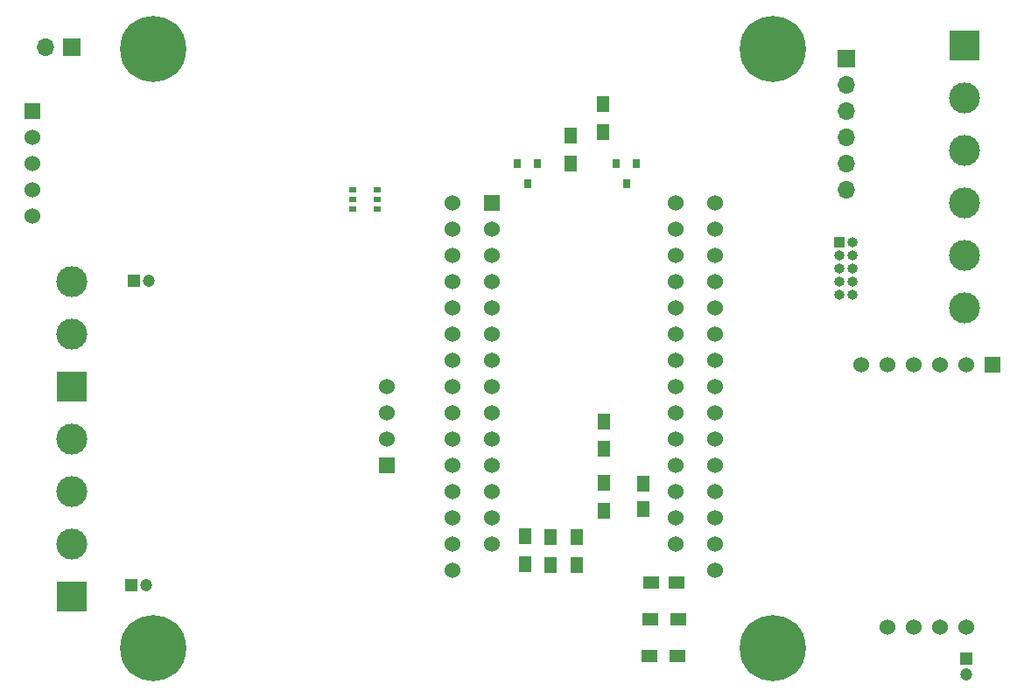
<source format=gbr>
G04 #@! TF.GenerationSoftware,KiCad,Pcbnew,(5.1.9)-1*
G04 #@! TF.CreationDate,2021-03-05T16:25:43+01:00*
G04 #@! TF.ProjectId,BOBcad,424f4263-6164-42e6-9b69-6361645f7063,v1.0.2*
G04 #@! TF.SameCoordinates,Original*
G04 #@! TF.FileFunction,Soldermask,Top*
G04 #@! TF.FilePolarity,Negative*
%FSLAX46Y46*%
G04 Gerber Fmt 4.6, Leading zero omitted, Abs format (unit mm)*
G04 Created by KiCad (PCBNEW (5.1.9)-1) date 2021-03-05 16:25:43*
%MOMM*%
%LPD*%
G01*
G04 APERTURE LIST*
%ADD10C,1.524000*%
%ADD11R,1.200000X1.200000*%
%ADD12C,1.200000*%
%ADD13R,1.500000X1.250000*%
%ADD14R,1.250000X1.500000*%
%ADD15R,1.524000X1.524000*%
%ADD16R,0.700000X0.510000*%
%ADD17R,0.800000X0.900000*%
%ADD18R,1.300000X1.500000*%
%ADD19C,3.000000*%
%ADD20R,3.000000X3.000000*%
%ADD21R,1.000000X1.000000*%
%ADD22O,1.000000X1.000000*%
%ADD23R,1.700000X1.700000*%
%ADD24O,1.700000X1.700000*%
%ADD25C,6.400000*%
%ADD26R,1.500000X1.300000*%
G04 APERTURE END LIST*
D10*
X161006000Y-116092000D03*
X161006000Y-113552000D03*
X161006000Y-111012000D03*
X161006000Y-108472000D03*
X161006000Y-105932000D03*
X161006000Y-103392000D03*
X161006000Y-100852000D03*
X161006000Y-98312000D03*
X161006000Y-95772000D03*
X161006000Y-93232000D03*
X161006000Y-90692000D03*
X161006000Y-88152000D03*
X161006000Y-85612000D03*
X161006000Y-83072000D03*
X161006000Y-80532000D03*
X135606000Y-93232000D03*
X135606000Y-80532000D03*
X135606000Y-103392000D03*
X135606000Y-90692000D03*
X135606000Y-83072000D03*
X135606000Y-100852000D03*
X135606000Y-113552000D03*
X135606000Y-111012000D03*
X135606000Y-98312000D03*
X135606000Y-108472000D03*
X135606000Y-88152000D03*
X135606000Y-95772000D03*
X135606000Y-85612000D03*
X135606000Y-116092000D03*
X135606000Y-105932000D03*
D11*
X104762000Y-88146000D03*
D12*
X106262000Y-88146000D03*
D11*
X104508000Y-117610000D03*
D12*
X106008000Y-117610000D03*
D11*
X185280000Y-124722000D03*
D12*
X185280000Y-126222000D03*
D13*
X157300000Y-117356000D03*
X154800000Y-117356000D03*
D14*
X154038000Y-107724000D03*
X154038000Y-110224000D03*
D10*
X157196000Y-80532000D03*
X157196000Y-83072000D03*
X157196000Y-85612000D03*
X157196000Y-88152000D03*
X157196000Y-90692000D03*
X157196000Y-93232000D03*
X157196000Y-95772000D03*
X157196000Y-98312000D03*
X157196000Y-100852000D03*
X157196000Y-103392000D03*
X157196000Y-105932000D03*
X157196000Y-108472000D03*
X157196000Y-111012000D03*
X157196000Y-113552000D03*
X139416000Y-113552000D03*
X139416000Y-111012000D03*
X139416000Y-108472000D03*
X139416000Y-105932000D03*
X139416000Y-103392000D03*
X139416000Y-100852000D03*
X139416000Y-98312000D03*
X139416000Y-95772000D03*
X139416000Y-93232000D03*
X139416000Y-90692000D03*
X139416000Y-88152000D03*
X139416000Y-85612000D03*
X139416000Y-83072000D03*
D15*
X139416000Y-80532000D03*
X129256000Y-105932000D03*
D10*
X129256000Y-103392000D03*
X129256000Y-100852000D03*
X129256000Y-98312000D03*
D15*
X94966000Y-71642000D03*
D10*
X94966000Y-74182000D03*
X94966000Y-76722000D03*
X94966000Y-79262000D03*
X94966000Y-81802000D03*
D16*
X125996000Y-79272000D03*
X125996000Y-80222000D03*
X125996000Y-81172000D03*
X128316000Y-81172000D03*
X128316000Y-80222000D03*
X128316000Y-79272000D03*
D17*
X153386000Y-76722000D03*
X151486000Y-76722000D03*
X152436000Y-78722000D03*
D18*
X147036000Y-74022000D03*
X147036000Y-76722000D03*
X150211000Y-71007000D03*
X150211000Y-73707000D03*
D17*
X143811000Y-76722000D03*
X141911000Y-76722000D03*
X142861000Y-78722000D03*
D18*
X147671000Y-115617000D03*
X147671000Y-112917000D03*
D19*
X98776000Y-113552000D03*
X98776000Y-108472000D03*
D20*
X98776000Y-118632000D03*
D19*
X98776000Y-103392000D03*
D20*
X98776000Y-98312000D03*
D19*
X98776000Y-93232000D03*
X98776000Y-88152000D03*
D21*
X173071000Y-84342000D03*
D22*
X174341000Y-84342000D03*
X173071000Y-85612000D03*
X174341000Y-85612000D03*
X173071000Y-86882000D03*
X174341000Y-86882000D03*
X173071000Y-88152000D03*
X174341000Y-88152000D03*
X173071000Y-89422000D03*
X174341000Y-89422000D03*
D18*
X142608000Y-115537000D03*
X142608000Y-112837000D03*
X145131000Y-115617000D03*
X145131000Y-112917000D03*
X150228000Y-107704000D03*
X150228000Y-110404000D03*
X150228000Y-101702000D03*
X150228000Y-104402000D03*
D10*
X177660000Y-121674000D03*
X180200000Y-121674000D03*
X182740000Y-121674000D03*
X185280000Y-121674000D03*
X175120000Y-96274000D03*
X177660000Y-96274000D03*
X180200000Y-96274000D03*
X182740000Y-96274000D03*
X185280000Y-96274000D03*
D15*
X187820000Y-96274000D03*
D19*
X185136000Y-70372000D03*
X185136000Y-75452000D03*
D20*
X185136000Y-65292000D03*
D19*
X185136000Y-80532000D03*
X185136000Y-85612000D03*
X185136000Y-90692000D03*
D23*
X173706000Y-66562000D03*
D24*
X173706000Y-69102000D03*
X173706000Y-71642000D03*
X173706000Y-74182000D03*
X173706000Y-76722000D03*
X173706000Y-79262000D03*
D23*
X98776000Y-65540000D03*
D24*
X96236000Y-65540000D03*
D25*
X166626000Y-123682000D03*
X106626000Y-123682000D03*
X166626000Y-65682000D03*
X106626000Y-65682000D03*
D26*
X154640000Y-124468000D03*
X157340000Y-124468000D03*
X154720000Y-120912000D03*
X157420000Y-120912000D03*
M02*

</source>
